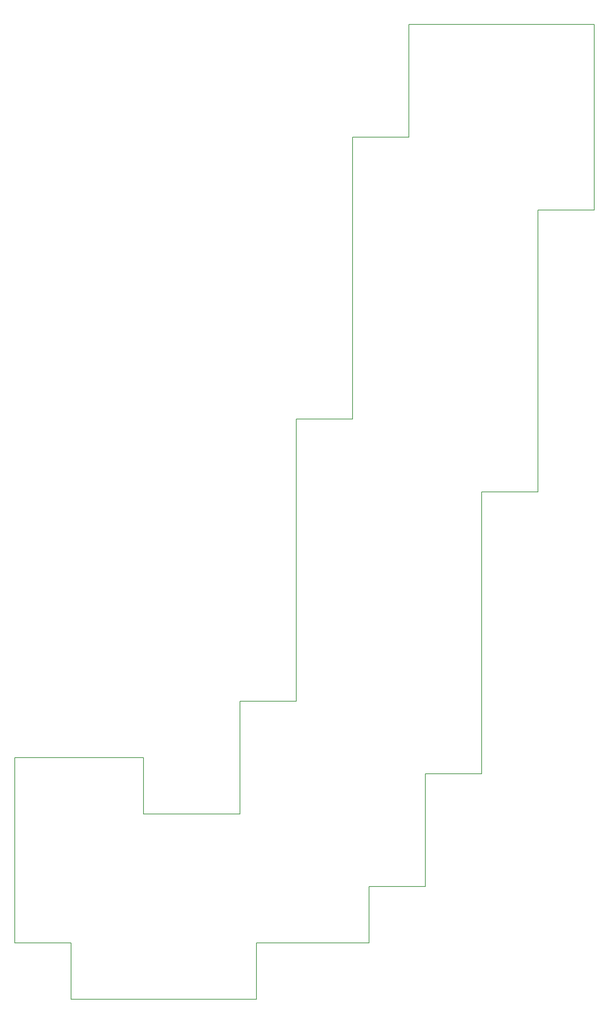
<source format=gbr>
G04 #@! TF.FileFunction,Profile,NP*
%FSLAX46Y46*%
G04 Gerber Fmt 4.6, Leading zero omitted, Abs format (unit mm)*
G04 Created by KiCad (PCBNEW 4.0.6) date Mon Jul 10 19:19:49 2017*
%MOMM*%
%LPD*%
G01*
G04 APERTURE LIST*
%ADD10C,0.100000*%
%ADD11C,0.150000*%
G04 APERTURE END LIST*
D10*
D11*
X127308400Y-22757600D02*
X129308400Y-22757600D01*
X127308400Y-22757600D02*
X127308400Y-24757600D01*
X131308400Y-22757600D02*
X141197300Y-22757600D01*
X141197300Y-22757600D02*
X143197300Y-22757600D01*
X129308400Y-22757600D02*
X131308400Y-22757600D01*
X145197300Y-22757600D02*
X155086200Y-22757600D01*
X155086200Y-22757600D02*
X157086200Y-22757600D01*
X143197300Y-22757600D02*
X145197300Y-22757600D01*
X159086200Y-22757600D02*
X168975100Y-22757600D01*
X168975100Y-22757600D02*
X170975100Y-22757600D01*
X157086200Y-22757600D02*
X159086200Y-22757600D01*
X172975100Y-22757600D02*
X172975100Y-24757600D01*
X170975100Y-22757600D02*
X172975100Y-22757600D01*
X127308400Y-24757600D02*
X127308400Y-26757600D01*
X127308400Y-36646400D02*
X127308400Y-38646400D01*
X127308400Y-26757600D02*
X127308400Y-36646400D01*
X172975100Y-24757600D02*
X172975100Y-26757600D01*
X172975100Y-26757600D02*
X172975100Y-36646400D01*
X172975100Y-36646400D02*
X172975100Y-38646400D01*
X113419600Y-50535300D02*
X115419600Y-50535300D01*
X113419600Y-50535300D02*
X113419600Y-52535300D01*
X127308400Y-38646400D02*
X127308400Y-40646400D01*
X117419600Y-50535300D02*
X127308400Y-50535300D01*
X115419600Y-50535300D02*
X117419600Y-50535300D01*
X127308400Y-40646400D02*
X127308400Y-50535300D01*
X172975100Y-38646400D02*
X172975100Y-40646400D01*
X172975100Y-40646400D02*
X172975100Y-50535300D01*
X172975100Y-50535300D02*
X172975100Y-52535300D01*
X113419600Y-52535300D02*
X113419600Y-54535300D01*
X113419600Y-64424200D02*
X113419600Y-66424200D01*
X113419600Y-54535300D02*
X113419600Y-64424200D01*
X172975100Y-52535300D02*
X172975100Y-54535300D01*
X172975100Y-54535300D02*
X172975100Y-64424200D01*
X172975100Y-64424200D02*
X172975100Y-66424200D01*
X113419600Y-66424200D02*
X113419600Y-68424200D01*
X113419600Y-78313100D02*
X113419600Y-80313100D01*
X113419600Y-68424200D02*
X113419600Y-78313100D01*
X159086200Y-68424200D02*
X168975100Y-68424200D01*
X168975100Y-68424200D02*
X170975100Y-68424200D01*
X159086200Y-68424200D02*
X159086200Y-78313100D01*
X159086200Y-78313100D02*
X159086200Y-80313100D01*
X172975100Y-66424200D02*
X172975100Y-68424200D01*
X170975100Y-68424200D02*
X172975100Y-68424200D01*
X113419600Y-80313100D02*
X113419600Y-82313100D01*
X113419600Y-92202000D02*
X113419600Y-94202000D01*
X113419600Y-82313100D02*
X113419600Y-92202000D01*
X159086200Y-80313100D02*
X159086200Y-82313100D01*
X159086200Y-82313100D02*
X159086200Y-92202000D01*
X159086200Y-92202000D02*
X159086200Y-94202000D01*
X113419600Y-94202000D02*
X113419600Y-96202000D01*
X113419600Y-106090900D02*
X113419600Y-108090900D01*
X113419600Y-96202000D02*
X113419600Y-106090900D01*
X159086200Y-94202000D02*
X159086200Y-96202000D01*
X159086200Y-96202000D02*
X159086200Y-106090900D01*
X159086200Y-106090900D02*
X159086200Y-108090900D01*
X99530700Y-119979800D02*
X101530700Y-119979800D01*
X99530700Y-119979800D02*
X99530700Y-121979800D01*
X113419600Y-108090900D02*
X113419600Y-110090900D01*
X103530700Y-119979800D02*
X113419600Y-119979800D01*
X101530700Y-119979800D02*
X103530700Y-119979800D01*
X113419600Y-110090900D02*
X113419600Y-119979800D01*
X159086200Y-108090900D02*
X159086200Y-110090900D01*
X159086200Y-110090900D02*
X159086200Y-119979800D01*
X159086200Y-119979800D02*
X159086200Y-121979800D01*
X99530700Y-121979800D02*
X99530700Y-123979800D01*
X99530700Y-133868700D02*
X99530700Y-135868700D01*
X99530700Y-123979800D02*
X99530700Y-133868700D01*
X159086200Y-121979800D02*
X159086200Y-123979800D01*
X159086200Y-123979800D02*
X159086200Y-133868700D01*
X159086200Y-133868700D02*
X159086200Y-135868700D01*
X99530700Y-135868700D02*
X99530700Y-137868700D01*
X99530700Y-147757600D02*
X99530700Y-149757600D01*
X99530700Y-137868700D02*
X99530700Y-147757600D01*
X145197300Y-137868700D02*
X155086200Y-137868700D01*
X155086200Y-137868700D02*
X157086200Y-137868700D01*
X145197300Y-137868700D02*
X145197300Y-147757600D01*
X145197300Y-147757600D02*
X145197300Y-149757600D01*
X159086200Y-135868700D02*
X159086200Y-137868700D01*
X157086200Y-137868700D02*
X159086200Y-137868700D01*
X99530700Y-149757600D02*
X99530700Y-151757600D01*
X99530700Y-161646400D02*
X99530700Y-163646400D01*
X99530700Y-151757600D02*
X99530700Y-161646400D01*
X145197300Y-149757600D02*
X145197300Y-151757600D01*
X145197300Y-151757600D02*
X145197300Y-161646400D01*
X145197300Y-161646400D02*
X145197300Y-163646400D01*
X99530700Y-163646400D02*
X99530700Y-165646400D01*
X99530700Y-175535300D02*
X99530700Y-177535300D01*
X99530700Y-165646400D02*
X99530700Y-175535300D01*
X145197300Y-163646400D02*
X145197300Y-165646400D01*
X145197300Y-165646400D02*
X145197300Y-175535300D01*
X145197300Y-175535300D02*
X145197300Y-177535300D01*
X85641800Y-189424200D02*
X87641800Y-189424200D01*
X85641800Y-189424200D02*
X85641800Y-191424200D01*
X99530700Y-177535300D02*
X99530700Y-179535300D01*
X89641800Y-189424200D02*
X99530700Y-189424200D01*
X87641800Y-189424200D02*
X89641800Y-189424200D01*
X99530700Y-179535300D02*
X99530700Y-189424200D01*
X145197300Y-177535300D02*
X145197300Y-179535300D01*
X145197300Y-179535300D02*
X145197300Y-189424200D01*
X145197300Y-189424200D02*
X145197300Y-191424200D01*
X30086200Y-203313100D02*
X32086200Y-203313100D01*
X30086200Y-203313100D02*
X30086200Y-205313100D01*
X34086200Y-203313100D02*
X43975100Y-203313100D01*
X43975100Y-203313100D02*
X45975100Y-203313100D01*
X32086200Y-203313100D02*
X34086200Y-203313100D01*
X47975100Y-203313100D02*
X57864000Y-203313100D01*
X57864000Y-203313100D02*
X59864000Y-203313100D01*
X45975100Y-203313100D02*
X47975100Y-203313100D01*
X61864000Y-203313100D02*
X61864000Y-205313100D01*
X59864000Y-203313100D02*
X61864000Y-203313100D01*
X85641800Y-191424200D02*
X85641800Y-193424200D01*
X85641800Y-203313100D02*
X85641800Y-205313100D01*
X85641800Y-193424200D02*
X85641800Y-203313100D01*
X145197300Y-191424200D02*
X145197300Y-193424200D01*
X145197300Y-193424200D02*
X145197300Y-203313100D01*
X145197300Y-203313100D02*
X145197300Y-205313100D01*
X30086200Y-205313100D02*
X30086200Y-207313100D01*
X30086200Y-217202000D02*
X30086200Y-219202000D01*
X30086200Y-207313100D02*
X30086200Y-217202000D01*
X61864000Y-205313100D02*
X61864000Y-207313100D01*
X61864000Y-207313100D02*
X61864000Y-217202000D01*
X61864000Y-217202000D02*
X71752900Y-217202000D01*
X71752900Y-217202000D02*
X73752900Y-217202000D01*
X85641800Y-205313100D02*
X85641800Y-207313100D01*
X75752900Y-217202000D02*
X85641800Y-217202000D01*
X73752900Y-217202000D02*
X75752900Y-217202000D01*
X85641800Y-207313100D02*
X85641800Y-217202000D01*
X131308400Y-207313100D02*
X141197300Y-207313100D01*
X141197300Y-207313100D02*
X143197300Y-207313100D01*
X131308400Y-207313100D02*
X131308400Y-217202000D01*
X131308400Y-217202000D02*
X131308400Y-219202000D01*
X145197300Y-205313100D02*
X145197300Y-207313100D01*
X143197300Y-207313100D02*
X145197300Y-207313100D01*
X30086200Y-219202000D02*
X30086200Y-221202000D01*
X30086200Y-231090900D02*
X30086200Y-233090900D01*
X30086200Y-221202000D02*
X30086200Y-231090900D01*
X131308400Y-219202000D02*
X131308400Y-221202000D01*
X131308400Y-221202000D02*
X131308400Y-231090900D01*
X131308400Y-231090900D02*
X131308400Y-233090900D01*
X30086200Y-233090900D02*
X30086200Y-235090900D01*
X30086200Y-244979800D02*
X30086200Y-246979800D01*
X30086200Y-235090900D02*
X30086200Y-244979800D01*
X117419600Y-235090900D02*
X127308400Y-235090900D01*
X127308400Y-235090900D02*
X129308400Y-235090900D01*
X117419600Y-235090900D02*
X117419600Y-244979800D01*
X117419600Y-244979800D02*
X117419600Y-246979800D01*
X131308400Y-233090900D02*
X131308400Y-235090900D01*
X129308400Y-235090900D02*
X131308400Y-235090900D01*
X30086200Y-246979800D02*
X30086200Y-248979800D01*
X30086200Y-248979800D02*
X32086200Y-248979800D01*
X34086200Y-248979800D02*
X43975100Y-248979800D01*
X43975100Y-248979800D02*
X43975100Y-258868700D01*
X43975100Y-258868700D02*
X43975100Y-260868700D01*
X32086200Y-248979800D02*
X34086200Y-248979800D01*
X89641800Y-248979800D02*
X99530700Y-248979800D01*
X99530700Y-248979800D02*
X101530700Y-248979800D01*
X89641800Y-248979800D02*
X89641800Y-258868700D01*
X89641800Y-258868700D02*
X89641800Y-260868700D01*
X103530700Y-248979800D02*
X113419600Y-248979800D01*
X113419600Y-248979800D02*
X115419600Y-248979800D01*
X101530700Y-248979800D02*
X103530700Y-248979800D01*
X117419600Y-246979800D02*
X117419600Y-248979800D01*
X115419600Y-248979800D02*
X117419600Y-248979800D01*
X43975100Y-260868700D02*
X43975100Y-262868700D01*
X43975100Y-262868700D02*
X45975100Y-262868700D01*
X47975100Y-262868700D02*
X57864000Y-262868700D01*
X57864000Y-262868700D02*
X59864000Y-262868700D01*
X45975100Y-262868700D02*
X47975100Y-262868700D01*
X61864000Y-262868700D02*
X71752900Y-262868700D01*
X71752900Y-262868700D02*
X73752900Y-262868700D01*
X59864000Y-262868700D02*
X61864000Y-262868700D01*
X75752900Y-262868700D02*
X85641800Y-262868700D01*
X85641800Y-262868700D02*
X87641800Y-262868700D01*
X73752900Y-262868700D02*
X75752900Y-262868700D01*
X89641800Y-260868700D02*
X89641800Y-262868700D01*
X87641800Y-262868700D02*
X89641800Y-262868700D01*
M02*

</source>
